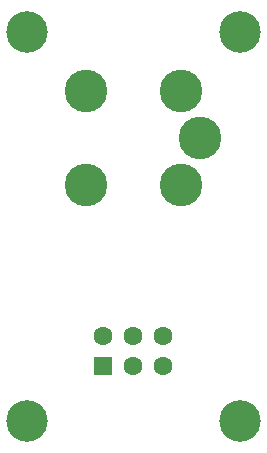
<source format=gbr>
G04 EAGLE Gerber RS-274X export*
G75*
%MOMM*%
%FSLAX34Y34*%
%LPD*%
%INTop Copper*%
%IPPOS*%
%AMOC8*
5,1,8,0,0,1.08239X$1,22.5*%
G01*
%ADD10C,3.606800*%
%ADD11R,1.605000X1.605000*%
%ADD12C,1.605000*%
%ADD13C,3.516000*%


D10*
X156500Y300000D03*
X60000Y260000D03*
X60000Y340000D03*
X140000Y340000D03*
X140000Y260000D03*
D11*
X74600Y107300D03*
D12*
X74600Y132700D03*
X100000Y107300D03*
X100000Y132700D03*
X125400Y107300D03*
X125400Y132700D03*
D13*
X10000Y60000D03*
X190000Y60000D03*
X10000Y390000D03*
X190000Y390000D03*
M02*

</source>
